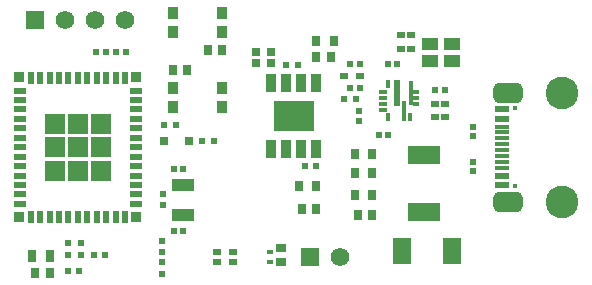
<source format=gts>
G04*
G04 #@! TF.GenerationSoftware,Altium Limited,Altium Designer,23.0.1 (38)*
G04*
G04 Layer_Color=8388736*
%FSLAX25Y25*%
%MOIN*%
G70*
G04*
G04 #@! TF.SameCoordinates,F61D067F-344E-4115-8181-82DC4058F137*
G04*
G04*
G04 #@! TF.FilePolarity,Negative*
G04*
G01*
G75*
%ADD14R,0.02953X0.03543*%
%ADD19R,0.02362X0.01968*%
%ADD22R,0.02953X0.03543*%
%ADD29R,0.04721X0.02362*%
%ADD30R,0.04921X0.02362*%
%ADD31R,0.04921X0.01181*%
%ADD32R,0.02165X0.02362*%
%ADD33R,0.03543X0.03937*%
%ADD34R,0.01860X0.02203*%
%ADD35R,0.02029X0.01860*%
%ADD36R,0.02203X0.01860*%
%ADD38R,0.05339X0.04152*%
%ADD39R,0.02500X0.02410*%
%ADD40R,0.02410X0.02410*%
%ADD41R,0.01968X0.01575*%
%ADD42R,0.03543X0.02953*%
%ADD43R,0.02648X0.02624*%
%ADD44R,0.01968X0.02362*%
%ADD45R,0.02423X0.02254*%
%ADD46R,0.02517X0.02254*%
%ADD47R,0.10984X0.06000*%
%ADD48R,0.03000X0.03591*%
%ADD49R,0.03000X0.03591*%
%ADD50R,0.06378X0.08583*%
%ADD51R,0.01860X0.01843*%
%ADD53R,0.01968X0.01968*%
%ADD54R,0.02254X0.02230*%
%ADD55R,0.07480X0.04331*%
%ADD56R,0.03000X0.03985*%
%ADD57R,0.02375X0.03950*%
%ADD58R,0.03950X0.02375*%
%ADD59R,0.06509X0.06509*%
%ADD60R,0.03556X0.03556*%
%ADD61R,0.02562X0.01184*%
%ADD62R,0.02769X0.01981*%
%ADD63R,0.03556X0.06115*%
%ADD64R,0.13792X0.10249*%
%ADD65R,0.02405X0.01184*%
%ADD66R,0.01184X0.02562*%
%ADD67R,0.01975X0.08668*%
%ADD68R,0.01775X0.08468*%
%ADD69R,0.01184X0.06893*%
%ADD70R,0.02690X0.02375*%
%ADD71R,0.03123X0.02572*%
%ADD72C,0.01575*%
G04:AMPARAMS|DCode=73|XSize=68mil|YSize=98mil|CornerRadius=19mil|HoleSize=0mil|Usage=FLASHONLY|Rotation=90.000|XOffset=0mil|YOffset=0mil|HoleType=Round|Shape=RoundedRectangle|*
%AMROUNDEDRECTD73*
21,1,0.06800,0.06000,0,0,90.0*
21,1,0.03000,0.09800,0,0,90.0*
1,1,0.03800,0.03000,0.01500*
1,1,0.03800,0.03000,-0.01500*
1,1,0.03800,-0.03000,-0.01500*
1,1,0.03800,-0.03000,0.01500*
%
%ADD73ROUNDEDRECTD73*%
%ADD74C,0.10898*%
%ADD75R,0.06181X0.06181*%
%ADD76C,0.06181*%
%ADD77R,0.06194X0.06194*%
%ADD78C,0.06194*%
D14*
X29618Y8100D02*
D03*
X34343D02*
D03*
X87046Y82401D02*
D03*
X91771D02*
D03*
X141986Y27300D02*
D03*
X137261D02*
D03*
X80253Y75899D02*
D03*
X75529D02*
D03*
X123300Y79900D02*
D03*
X128024D02*
D03*
X123300Y29500D02*
D03*
X118576D02*
D03*
D19*
X40652Y17968D02*
D03*
Y14031D02*
D03*
X71700Y11776D02*
D03*
Y7839D02*
D03*
Y14925D02*
D03*
Y18862D02*
D03*
X44791Y17937D02*
D03*
Y14000D02*
D03*
D22*
X123300Y85500D02*
D03*
X129131D02*
D03*
X123300Y37100D02*
D03*
X117469D02*
D03*
D29*
X185031Y37402D02*
D03*
D30*
Y40551D02*
D03*
Y59449D02*
D03*
Y62598D02*
D03*
D31*
Y45079D02*
D03*
Y49016D02*
D03*
Y50984D02*
D03*
Y54921D02*
D03*
Y56890D02*
D03*
Y52953D02*
D03*
Y47047D02*
D03*
Y43110D02*
D03*
D32*
X59746Y81600D02*
D03*
X56400D02*
D03*
X49884D02*
D03*
X53230D02*
D03*
D33*
X91771Y88451D02*
D03*
X75629D02*
D03*
X91771Y94750D02*
D03*
X75629D02*
D03*
X91671Y63550D02*
D03*
X75529D02*
D03*
X91671Y69849D02*
D03*
X75529D02*
D03*
D34*
X137400Y58703D02*
D03*
Y62059D02*
D03*
D35*
X144333Y53900D02*
D03*
X147313D02*
D03*
D36*
X134422Y77800D02*
D03*
X137778D02*
D03*
Y69800D02*
D03*
X134422D02*
D03*
X150276Y77600D02*
D03*
X147313D02*
D03*
D38*
X168500Y84557D02*
D03*
Y78843D02*
D03*
X161100Y84557D02*
D03*
Y78843D02*
D03*
D39*
X151443Y82600D02*
D03*
X154715D02*
D03*
X151443Y87500D02*
D03*
X154715D02*
D03*
X162842Y60000D02*
D03*
X166114D02*
D03*
D40*
X75728Y22221D02*
D03*
X79000D02*
D03*
Y42621D02*
D03*
X75728D02*
D03*
D41*
X107876Y11776D02*
D03*
Y14925D02*
D03*
D42*
X111525Y11776D02*
D03*
Y16500D02*
D03*
D43*
X108300Y77920D02*
D03*
Y81880D02*
D03*
X103100D02*
D03*
Y77920D02*
D03*
D44*
X113300Y77400D02*
D03*
X117237D02*
D03*
X119363Y43600D02*
D03*
X123300D02*
D03*
X132431Y65900D02*
D03*
X136369D02*
D03*
X85334Y52000D02*
D03*
X89271D02*
D03*
X72649Y57400D02*
D03*
X76586D02*
D03*
D45*
X166087Y68900D02*
D03*
X162713D02*
D03*
D46*
X166040Y64300D02*
D03*
X162760D02*
D03*
D47*
X159100Y28451D02*
D03*
Y47549D02*
D03*
D48*
X141986Y34000D02*
D03*
X136155D02*
D03*
D49*
X141986Y41400D02*
D03*
X136261D02*
D03*
X141986Y47600D02*
D03*
X136261D02*
D03*
D50*
X151893Y15500D02*
D03*
X168507D02*
D03*
D51*
X175500Y53723D02*
D03*
Y56890D02*
D03*
Y41912D02*
D03*
Y45079D02*
D03*
D53*
X44195Y8700D02*
D03*
X40652D02*
D03*
X49260Y13991D02*
D03*
X52803D02*
D03*
D54*
X72200Y30838D02*
D03*
Y34405D02*
D03*
D55*
X79000Y27500D02*
D03*
Y37343D02*
D03*
D56*
X28512Y13700D02*
D03*
X34343D02*
D03*
D57*
X59550Y26772D02*
D03*
X28054D02*
D03*
X31203D02*
D03*
X34353D02*
D03*
X37502D02*
D03*
X40652D02*
D03*
X43802D02*
D03*
X46951D02*
D03*
X50101D02*
D03*
X53250D02*
D03*
X56400D02*
D03*
X59550Y73228D02*
D03*
X56400D02*
D03*
X53250D02*
D03*
X50101D02*
D03*
X46951D02*
D03*
X43802D02*
D03*
X40652D02*
D03*
X37502D02*
D03*
X34353D02*
D03*
X31203D02*
D03*
X28054D02*
D03*
D58*
X63093Y31102D02*
D03*
Y34252D02*
D03*
Y37402D02*
D03*
Y40551D02*
D03*
Y43701D02*
D03*
Y46850D02*
D03*
Y50000D02*
D03*
Y53150D02*
D03*
Y56299D02*
D03*
Y59449D02*
D03*
Y62598D02*
D03*
Y65748D02*
D03*
Y68898D02*
D03*
X24510D02*
D03*
Y65748D02*
D03*
Y62598D02*
D03*
Y59449D02*
D03*
Y56299D02*
D03*
Y53150D02*
D03*
Y50000D02*
D03*
Y46850D02*
D03*
Y43701D02*
D03*
Y40551D02*
D03*
Y37402D02*
D03*
Y34252D02*
D03*
Y31102D02*
D03*
D59*
X43802Y50000D02*
D03*
Y42224D02*
D03*
X51577D02*
D03*
Y50000D02*
D03*
Y57776D02*
D03*
X43802D02*
D03*
X36026D02*
D03*
Y50000D02*
D03*
Y42224D02*
D03*
D60*
X24313Y73425D02*
D03*
X63290D02*
D03*
Y26575D02*
D03*
X24313D02*
D03*
D61*
X145463Y62559D02*
D03*
Y64528D02*
D03*
Y66496D02*
D03*
Y68465D02*
D03*
D62*
X90044Y14925D02*
D03*
Y11776D02*
D03*
X95556D02*
D03*
Y14925D02*
D03*
D63*
X123300Y71524D02*
D03*
X118300D02*
D03*
X113300D02*
D03*
X108300D02*
D03*
Y49476D02*
D03*
X113300D02*
D03*
X118300D02*
D03*
X123300D02*
D03*
D64*
X115800Y60500D02*
D03*
D65*
X156565Y68465D02*
D03*
Y66496D02*
D03*
Y64528D02*
D03*
D66*
X147313Y71024D02*
D03*
X154400Y60000D02*
D03*
X147313D02*
D03*
D67*
X150148Y68071D02*
D03*
D68*
X154715D02*
D03*
D69*
X152431Y62165D02*
D03*
D70*
X132581Y73800D02*
D03*
X137778D02*
D03*
D71*
X80956Y52000D02*
D03*
X72649D02*
D03*
D72*
X189500Y37008D02*
D03*
Y62992D02*
D03*
D73*
X187295Y31850D02*
D03*
Y68150D02*
D03*
D74*
X205012Y31850D02*
D03*
Y68150D02*
D03*
D75*
X121300Y13392D02*
D03*
D76*
X131300D02*
D03*
D77*
X29400Y92500D02*
D03*
D78*
X39400D02*
D03*
X49400D02*
D03*
X59400D02*
D03*
M02*

</source>
